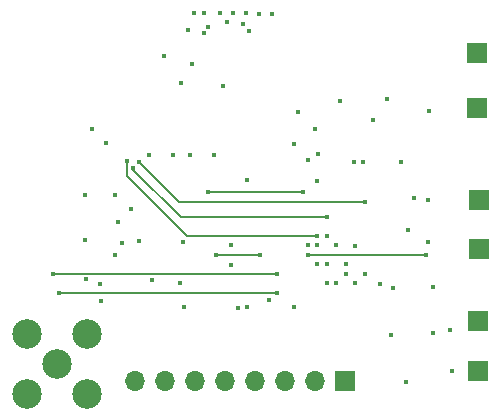
<source format=gbr>
G04 #@! TF.GenerationSoftware,KiCad,Pcbnew,(5.1.0)-1*
G04 #@! TF.CreationDate,2019-06-03T19:39:10-07:00*
G04 #@! TF.ProjectId,SDCard-PCB,53444361-7264-42d5-9043-422e6b696361,rev?*
G04 #@! TF.SameCoordinates,Original*
G04 #@! TF.FileFunction,Copper,L3,Inr*
G04 #@! TF.FilePolarity,Positive*
%FSLAX46Y46*%
G04 Gerber Fmt 4.6, Leading zero omitted, Abs format (unit mm)*
G04 Created by KiCad (PCBNEW (5.1.0)-1) date 2019-06-03 19:39:10*
%MOMM*%
%LPD*%
G04 APERTURE LIST*
%ADD10O,1.700000X1.700000*%
%ADD11R,1.700000X1.700000*%
%ADD12C,2.500000*%
%ADD13C,0.450000*%
%ADD14C,0.152400*%
G04 APERTURE END LIST*
D10*
X111070000Y-83730000D03*
X113610000Y-83730000D03*
X116150000Y-83730000D03*
X118690000Y-83730000D03*
X121230000Y-83730000D03*
X123770000Y-83730000D03*
X126310000Y-83730000D03*
D11*
X128850000Y-83730000D03*
X140150000Y-82910000D03*
X140230000Y-72600000D03*
X140200000Y-68450000D03*
X140150000Y-78710000D03*
X140010000Y-60640000D03*
X140010000Y-55990000D03*
D12*
X106980000Y-84890000D03*
X106980000Y-79810000D03*
X101900000Y-79810000D03*
X101900000Y-84890000D03*
X104440000Y-82350000D03*
D13*
X133985000Y-83835000D03*
X116900000Y-52600000D03*
X116870000Y-54330000D03*
X113550000Y-56280000D03*
X129620000Y-65250000D03*
X133620000Y-65250000D03*
X126330000Y-62390000D03*
X136000000Y-60940000D03*
X108070000Y-75570000D03*
X106830000Y-71830000D03*
X109360000Y-68020000D03*
X110720000Y-69240000D03*
X112220000Y-64650000D03*
X117720000Y-64640000D03*
X109950002Y-72070000D03*
X107390000Y-62460000D03*
X112500000Y-75200000D03*
X115100000Y-72000000D03*
X119800000Y-77550000D03*
X119200000Y-73910000D03*
X114860000Y-75450000D03*
X132720000Y-79900000D03*
X136270000Y-79690000D03*
X137930000Y-82900000D03*
X136340000Y-75840000D03*
X134190000Y-70970000D03*
X128110000Y-72290000D03*
X128910000Y-74690000D03*
X126510000Y-73890000D03*
X126520000Y-72290000D03*
X128910000Y-73890000D03*
X124500000Y-77490000D03*
X131200000Y-61700000D03*
X115570000Y-54080000D03*
X118820000Y-53330000D03*
X118480000Y-58760000D03*
X130370000Y-65250000D03*
X126550000Y-64510000D03*
X132440000Y-59860000D03*
X106900000Y-75130000D03*
X106840000Y-68020000D03*
X114265000Y-64645000D03*
X109410000Y-73090000D03*
X111410000Y-71940000D03*
X108580000Y-63640000D03*
X115240000Y-77480000D03*
X108170000Y-76980000D03*
X137770000Y-79410000D03*
X132920000Y-75860000D03*
X135910000Y-72020000D03*
X135850000Y-68480000D03*
X127310000Y-73890000D03*
X128110000Y-75490000D03*
X130510000Y-74690000D03*
X129710000Y-72300000D03*
X125720000Y-72280000D03*
X119400000Y-52600000D03*
X115852498Y-56897498D03*
X128400000Y-60080000D03*
X109590000Y-70320000D03*
X115765000Y-64615000D03*
X126510000Y-66800000D03*
X122440000Y-76910000D03*
X119200000Y-72240000D03*
X131800000Y-75570000D03*
X134700000Y-68310000D03*
X129710000Y-75490000D03*
X127320000Y-71480000D03*
X127310000Y-75490000D03*
X125710000Y-73090000D03*
X135730000Y-73090000D03*
X116090000Y-52620000D03*
X115000000Y-58530000D03*
X118300000Y-52610000D03*
X120500000Y-52620000D03*
X121590000Y-52670000D03*
X122700000Y-52700000D03*
X123050000Y-76280000D03*
X104670000Y-76280000D03*
X123100000Y-74690000D03*
X104120000Y-74680000D03*
X120570000Y-77500000D03*
X120560000Y-66750000D03*
X125310000Y-67750000D03*
X117280000Y-67750000D03*
X121620000Y-73080000D03*
X117960000Y-73070000D03*
X126510000Y-71490000D03*
X110370000Y-65180000D03*
X127310000Y-69890000D03*
X110920000Y-65710000D03*
X130510000Y-68590000D03*
X111430000Y-65230002D03*
X124510000Y-63720000D03*
X117210004Y-53770000D03*
X120220000Y-53500000D03*
X125710000Y-65039998D03*
X120690000Y-54150000D03*
X124910000Y-61000000D03*
D14*
X125710000Y-73090000D02*
X135730000Y-73090000D01*
X123050000Y-76280000D02*
X104670000Y-76280000D01*
X123100000Y-74690000D02*
X104130000Y-74690000D01*
X120570000Y-66760000D02*
X120560000Y-66750000D01*
X125310000Y-67750000D02*
X117280000Y-67750000D01*
X121620000Y-73080000D02*
X117970000Y-73080000D01*
X110370000Y-65498198D02*
X110370000Y-65180000D01*
X110370000Y-66390000D02*
X110370000Y-65498198D01*
X126510000Y-71490000D02*
X115470000Y-71490000D01*
X115470000Y-71490000D02*
X110370000Y-66390000D01*
X110920000Y-65880000D02*
X110920000Y-65710000D01*
X127310000Y-69890000D02*
X114930000Y-69890000D01*
X114930000Y-69890000D02*
X110920000Y-65880000D01*
X130510000Y-68590000D02*
X114789998Y-68590000D01*
X114789998Y-68590000D02*
X111654999Y-65455001D01*
X111654999Y-65455001D02*
X111430000Y-65230002D01*
M02*

</source>
